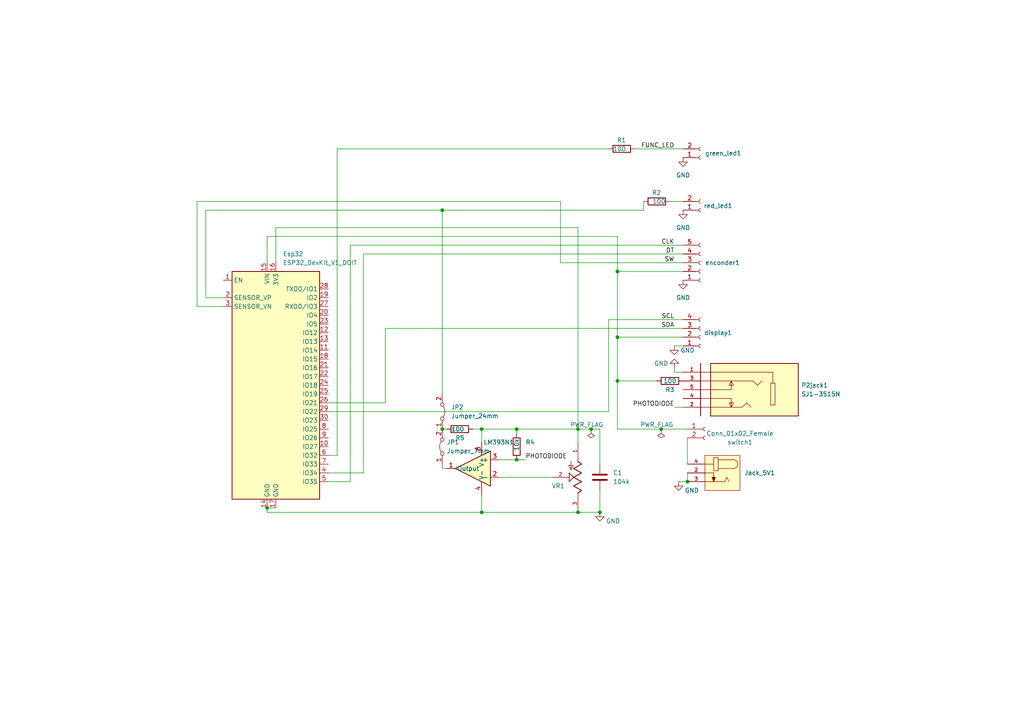
<source format=kicad_sch>
(kicad_sch (version 20211123) (generator eeschema)
  (paper "A4")
  (lib_symbols
    (symbol "Connector:Conn_01x02_Female" (pin_names (offset 1.016) hide)
      (property "Reference" "J" (at 0 2.54 0))
      (property "Value" "Conn_01x02_Female" (at 0 -5.08 0))
      (symbol "Conn_01x02_Female_1_1"
        (arc (start 0 -2.032) (mid -0.508 -2.54) (end 0 -3.048) (stroke (width 0.1524)))
        (polyline (pts (xy -1.27 -2.54) (xy -0.508 -2.54)) (stroke (width 0.1524)))
        (polyline (pts (xy -1.27 0) (xy -0.508 0)) (stroke (width 0.1524)))
        (arc (start 0 0.508) (mid -0.508 0) (end 0 -0.508) (stroke (width 0.1524)))
        (pin passive line (at -5.08 0 0) (length 3.81) (name "Pin_1") (number "1"))
        (pin passive line (at -5.08 -2.54 0) (length 3.81) (name "Pin_2") (number "2"))
      )
    )
    (symbol "Connector:Conn_01x04_Female" (pin_names (offset 1.016) hide)
      (property "Reference" "J" (at 0 5.08 0))
      (property "Value" "Conn_01x04_Female" (at 0 -7.62 0))
      (symbol "Conn_01x04_Female_1_1"
        (arc (start 0 -4.572) (mid -0.508 -5.08) (end 0 -5.588) (stroke (width 0.1524)))
        (arc (start 0 -2.032) (mid -0.508 -2.54) (end 0 -3.048) (stroke (width 0.1524)))
        (polyline (pts (xy -1.27 -5.08) (xy -0.508 -5.08)) (stroke (width 0.1524)))
        (polyline (pts (xy -1.27 -2.54) (xy -0.508 -2.54)) (stroke (width 0.1524)))
        (polyline (pts (xy -1.27 0) (xy -0.508 0)) (stroke (width 0.1524)))
        (polyline (pts (xy -1.27 2.54) (xy -0.508 2.54)) (stroke (width 0.1524)))
        (arc (start 0 0.508) (mid -0.508 0) (end 0 -0.508) (stroke (width 0.1524)))
        (arc (start 0 3.048) (mid -0.508 2.54) (end 0 2.032) (stroke (width 0.1524)))
        (pin passive line (at -5.08 2.54 0) (length 3.81) (name "Pin_1") (number "1"))
        (pin passive line (at -5.08 0 0) (length 3.81) (name "Pin_2") (number "2"))
        (pin passive line (at -5.08 -2.54 0) (length 3.81) (name "Pin_3") (number "3"))
        (pin passive line (at -5.08 -5.08 0) (length 3.81) (name "Pin_4") (number "4"))
      )
    )
    (symbol "Connector:Conn_01x05_Female" (pin_names (offset 1.016) hide)
      (property "Reference" "J" (at 0 7.62 0))
      (property "Value" "Conn_01x05_Female" (at 0 -7.62 0))
      (symbol "Conn_01x05_Female_1_1"
        (arc (start 0 -4.572) (mid -0.508 -5.08) (end 0 -5.588) (stroke (width 0.1524)))
        (arc (start 0 -2.032) (mid -0.508 -2.54) (end 0 -3.048) (stroke (width 0.1524)))
        (polyline (pts (xy -1.27 -5.08) (xy -0.508 -5.08)) (stroke (width 0.1524)))
        (polyline (pts (xy -1.27 -2.54) (xy -0.508 -2.54)) (stroke (width 0.1524)))
        (polyline (pts (xy -1.27 0) (xy -0.508 0)) (stroke (width 0.1524)))
        (polyline (pts (xy -1.27 2.54) (xy -0.508 2.54)) (stroke (width 0.1524)))
        (polyline (pts (xy -1.27 5.08) (xy -0.508 5.08)) (stroke (width 0.1524)))
        (arc (start 0 0.508) (mid -0.508 0) (end 0 -0.508) (stroke (width 0.1524)))
        (arc (start 0 3.048) (mid -0.508 2.54) (end 0 2.032) (stroke (width 0.1524)))
        (arc (start 0 5.588) (mid -0.508 5.08) (end 0 4.572) (stroke (width 0.1524)))
        (pin passive line (at -5.08 5.08 0) (length 3.81) (name "Pin_1") (number "1"))
        (pin passive line (at -5.08 2.54 0) (length 3.81) (name "Pin_2") (number "2"))
        (pin passive line (at -5.08 0 0) (length 3.81) (name "Pin_3") (number "3"))
        (pin passive line (at -5.08 -2.54 0) (length 3.81) (name "Pin_4") (number "4"))
        (pin passive line (at -5.08 -5.08 0) (length 3.81) (name "Pin_5") (number "5"))
      )
    )
    (symbol "Device:C" (pin_numbers hide) (pin_names (offset 0.254))
      (property "Reference" "C" (at 0.635 2.54 0))
      (property "Value" "C" (at 0.635 -2.54 0))
      (symbol "C_0_1"
        (polyline (pts (xy -2.032 -0.762) (xy 2.032 -0.762)) (stroke (width 0.508)))
        (polyline (pts (xy -2.032 0.762) (xy 2.032 0.762)) (stroke (width 0.508)))
      )
      (symbol "C_1_1"
        (pin passive line (at 0 3.81 270) (length 2.794) (name "~") (number "1"))
        (pin passive line (at 0 -3.81 90) (length 2.794) (name "~") (number "2"))
      )
    )
    (symbol "Device:R" (pin_numbers hide) (pin_names (offset 0))
      (property "Reference" "R" (at 2.032 0 90))
      (property "Value" "R" (at 0 0 90))
      (symbol "R_0_1"
        (rectangle (start -1.016 -2.54) (end 1.016 2.54) (stroke (width 0.254)))
      )
      (symbol "R_1_1"
        (pin passive line (at 0 3.81 270) (length 1.27) (name "~") (number "1"))
        (pin passive line (at 0 -3.81 90) (length 1.27) (name "~") (number "2"))
      )
    )
    (symbol "ESP32_DevKit_V1_DOIT:ESP32_DevKit_V1_DOIT"
      (property "Reference" "U" (at -11.43 34.29 0))
      (property "Value" "ESP32_DevKit_V1_DOIT" (at 11.43 34.29 0))
      (symbol "ESP32_DevKit_V1_DOIT_1_1"
        (rectangle (start -12.7 33.02) (end 12.7 -33.02) (stroke (width 0.254)) (fill (type background)))
        (pin input line (at -15.24 30.48 0) (length 2.54) (name "EN") (number "1"))
        (pin bidirectional line (at 15.24 -17.78 180) (length 2.54) (name "IO27") (number "10"))
        (pin bidirectional line (at 15.24 10.16 180) (length 2.54) (name "IO14") (number "11"))
        (pin bidirectional line (at 15.24 15.24 180) (length 2.54) (name "IO12") (number "12"))
        (pin bidirectional line (at 15.24 12.7 180) (length 2.54) (name "IO13") (number "13"))
        (pin power_in line (at -2.54 -35.56 90) (length 2.54) (name "GND") (number "14"))
        (pin power_in line (at -2.54 35.56 270) (length 2.54) (name "VIN") (number "15"))
        (pin power_in line (at 0 35.56 270) (length 2.54) (name "3V3") (number "16"))
        (pin power_in line (at 0 -35.56 90) (length 2.54) (name "GND") (number "17"))
        (pin bidirectional line (at 15.24 7.62 180) (length 2.54) (name "IO15") (number "18"))
        (pin bidirectional line (at 15.24 25.4 180) (length 2.54) (name "IO2") (number "19"))
        (pin input line (at -15.24 25.4 0) (length 2.54) (name "SENSOR_VP") (number "2"))
        (pin bidirectional line (at 15.24 20.32 180) (length 2.54) (name "IO4") (number "20"))
        (pin bidirectional line (at 15.24 5.08 180) (length 2.54) (name "IO16") (number "21"))
        (pin bidirectional line (at 15.24 2.54 180) (length 2.54) (name "IO17") (number "22"))
        (pin bidirectional line (at 15.24 17.78 180) (length 2.54) (name "IO5") (number "23"))
        (pin bidirectional line (at 15.24 0 180) (length 2.54) (name "IO18") (number "24"))
        (pin bidirectional line (at 15.24 -2.54 180) (length 2.54) (name "IO19") (number "25"))
        (pin bidirectional line (at 15.24 -5.08 180) (length 2.54) (name "IO21") (number "26"))
        (pin bidirectional line (at 15.24 22.86 180) (length 2.54) (name "RXD0/IO3") (number "27"))
        (pin bidirectional line (at 15.24 27.94 180) (length 2.54) (name "TXD0/IO1") (number "28"))
        (pin bidirectional line (at 15.24 -7.62 180) (length 2.54) (name "IO22") (number "29"))
        (pin input line (at -15.24 22.86 0) (length 2.54) (name "SENSOR_VN") (number "3"))
        (pin bidirectional line (at 15.24 -10.16 180) (length 2.54) (name "IO23") (number "30"))
        (pin input line (at 15.24 -25.4 180) (length 2.54) (name "IO34") (number "4"))
        (pin input line (at 15.24 -27.94 180) (length 2.54) (name "IO35") (number "5"))
        (pin bidirectional line (at 15.24 -20.32 180) (length 2.54) (name "IO32") (number "6"))
        (pin bidirectional line (at 15.24 -22.86 180) (length 2.54) (name "IO33") (number "7"))
        (pin bidirectional line (at 15.24 -12.7 180) (length 2.54) (name "IO25") (number "8"))
        (pin bidirectional line (at 15.24 -15.24 180) (length 2.54) (name "IO26") (number "9"))
      )
    )
    (symbol "Jacks:DC-005" (pin_names (offset 1.016))
      (property "Reference" "Jack_Power" (at -5.0943 5.5976 0))
      (property "Value" "DC-005" (at -3.81 -7.62 0))
      (symbol "DC-005_0_0"
        (rectangle (start -5.08 -5.08) (end 5.08 5.08) (stroke (width 0.1524)) (fill (type background)))
        (arc (start -3.175 3.81) (mid -4.445 2.54) (end -3.175 1.27) (stroke (width 0.1524)))
        (polyline (pts (xy -3.175 3.81) (xy 1.27 3.81)) (stroke (width 0.1524)))
        (polyline (pts (xy -1.27 -1.27) (xy -1.905 -2.54)) (stroke (width 0.1524)))
        (polyline (pts (xy -0.635 -2.54) (xy -1.27 -1.27)) (stroke (width 0.1524)))
        (polyline (pts (xy 1.27 0.635) (xy 2.54 0.635)) (stroke (width 0.1524)))
        (polyline (pts (xy 1.27 1.27) (xy -3.175 1.27)) (stroke (width 0.1524)))
        (polyline (pts (xy 1.27 1.27) (xy 1.27 0.635)) (stroke (width 0.1524)))
        (polyline (pts (xy 1.27 3.81) (xy 1.27 1.27)) (stroke (width 0.1524)))
        (polyline (pts (xy 1.27 4.445) (xy 1.27 3.81)) (stroke (width 0.1524)))
        (polyline (pts (xy 2.54 -2.54) (xy -0.635 -2.54)) (stroke (width 0.1524)))
        (polyline (pts (xy 2.54 -2.54) (xy 5.08 -2.54)) (stroke (width 0.1524)))
        (polyline (pts (xy 2.54 0) (xy 2.54 -2.54)) (stroke (width 0.1524)))
        (polyline (pts (xy 2.54 0) (xy 5.08 0)) (stroke (width 0.1524)))
        (polyline (pts (xy 2.54 0.635) (xy 2.54 2.54)) (stroke (width 0.1524)))
        (polyline (pts (xy 2.54 2.54) (xy 2.54 4.445)) (stroke (width 0.1524)))
        (polyline (pts (xy 2.54 2.54) (xy 5.08 2.54)) (stroke (width 0.1524)))
        (polyline (pts (xy 2.54 4.445) (xy 1.27 4.445)) (stroke (width 0.1524)))
        (polyline (pts (xy 2.54 -2.54) (xy 2.032 -1.27) (xy 3.048 -1.27) (xy 2.54 -2.54)) (stroke (width 0.1524)) (fill (type outline)))
        (pin passive line (at 10.16 0 180) (length 5.08) (name "~") (number "2"))
        (pin passive line (at 10.16 -2.54 180) (length 5.08) (name "~") (number "3"))
        (pin passive line (at 10.16 2.54 180) (length 5.08) (name "~") (number "4"))
      )
    )
    (symbol "Jumper:Jumper_2_Bridged" (pin_names (offset 0) hide)
      (property "Reference" "JP" (at 0 1.905 0))
      (property "Value" "Jumper_2_Bridged" (at 0 -2.54 0))
      (symbol "Jumper_2_Bridged_0_0"
        (circle (center -2.032 0) (radius 0.508))
        (circle (center 2.032 0) (radius 0.508))
      )
      (symbol "Jumper_2_Bridged_0_1"
        (arc (start 1.524 0.254) (mid 0 0.762) (end -1.524 0.254))
      )
      (symbol "Jumper_2_Bridged_1_1"
        (pin passive line (at -5.08 0 0) (length 2.54) (name "A") (number "1"))
        (pin passive line (at 5.08 0 180) (length 2.54) (name "B") (number "2"))
      )
    )
    (symbol "LM393N:LM393N_A"
      (property "Reference" "LM393N_A" (at 11.43 8.89 0))
      (property "Value" "LM393N_A" (at 11.43 11.43 0))
      (symbol "LM393N_A_0_1"
        (polyline (pts (xy -2.54 5.08) (xy 7.62 0) (xy -2.54 -5.08) (xy -2.54 5.08)) (stroke (width 0.254)) (fill (type background)))
      )
      (symbol "LM393N_A_1_1"
        (pin open_collector line (at 10.16 0 180) (length 2.54) (name "Output") (number "1"))
        (pin input line (at -5.08 -2.54 0) (length 2.54) (name "-") (number "2"))
        (pin input line (at -5.08 2.54 0) (length 2.54) (name "+") (number "3"))
        (pin power_out line (at 0 -7.62 90) (length 3.81) (name "V-") (number "4"))
        (pin power_in line (at 0 7.62 270) (length 3.81) (name "V+") (number "8"))
      )
    )
    (symbol "MySymbols:SJ1-3515N" (pin_names (offset 1.016) hide)
      (property "Reference" "J" (at -12.7254 10.1854 0))
      (property "Value" "SJ1-3515N" (at -12.7254 -12.7254 0))
      (symbol "SJ1-3515N_0_0"
        (rectangle (start -15.621 -7.62) (end 9.779 7.62) (stroke (width 0.254)) (fill (type background)))
        (polyline (pts (xy -8.89 -4.445) (xy -7.62 -4.445)) (stroke (width 0.1524)))
        (polyline (pts (xy -8.89 1.905) (xy -8.89 -4.445)) (stroke (width 0.1524)))
        (polyline (pts (xy -8.255 1.905) (xy -8.89 1.905)) (stroke (width 0.1524)))
        (polyline (pts (xy -8.255 5.08) (xy -8.255 1.905)) (stroke (width 0.1524)))
        (polyline (pts (xy -7.62 -4.445) (xy -7.62 1.905)) (stroke (width 0.1524)))
        (polyline (pts (xy -7.62 1.905) (xy -8.255 1.905)) (stroke (width 0.1524)))
        (polyline (pts (xy -3.81 1.27) (xy -5.08 2.54)) (stroke (width 0.1524)))
        (polyline (pts (xy -2.54 2.54) (xy -3.81 1.27)) (stroke (width 0.1524)))
        (polyline (pts (xy -0.635 -3.81) (xy -1.905 -5.08)) (stroke (width 0.1524)))
        (polyline (pts (xy 0.635 -5.08) (xy -0.635 -3.81)) (stroke (width 0.1524)))
        (polyline (pts (xy 3.81 -5.08) (xy 0.635 -5.08)) (stroke (width 0.1524)))
        (polyline (pts (xy 3.81 -2.54) (xy 3.81 -5.08)) (stroke (width 0.1524)))
        (polyline (pts (xy 3.81 0) (xy 3.81 2.54)) (stroke (width 0.1524)))
        (polyline (pts (xy 3.81 2.54) (xy -2.54 2.54)) (stroke (width 0.1524)))
        (polyline (pts (xy 12.7 -7.62) (xy 12.7 7.62)) (stroke (width 0.254)))
        (polyline (pts (xy 12.7 -5.08) (xy 3.81 -5.08)) (stroke (width 0.1524)))
        (polyline (pts (xy 12.7 -2.54) (xy 3.81 -2.54)) (stroke (width 0.1524)))
        (polyline (pts (xy 12.7 0) (xy 3.81 0)) (stroke (width 0.1524)))
        (polyline (pts (xy 12.7 2.54) (xy 3.81 2.54)) (stroke (width 0.1524)))
        (polyline (pts (xy 12.7 5.08) (xy -8.255 5.08)) (stroke (width 0.1524)))
        (polyline (pts (xy 3.81 -5.08) (xy 3.175 -3.81) (xy 4.445 -3.81) (xy 3.81 -5.08)) (stroke (width 0.1524)) (fill (type background)))
        (polyline (pts (xy 3.81 2.54) (xy 3.175 1.27) (xy 4.445 1.27) (xy 3.81 2.54)) (stroke (width 0.1524)) (fill (type background)))
        (pin passive line (at 17.78 5.08 180) (length 5.08) (name "~") (number "1"))
        (pin passive line (at 17.78 -5.08 180) (length 5.08) (name "~") (number "2"))
        (pin passive line (at 17.78 2.54 180) (length 5.08) (name "~") (number "3"))
        (pin passive line (at 17.78 -2.54 180) (length 5.08) (name "~") (number "4"))
        (pin passive line (at 17.78 0 180) (length 5.08) (name "~") (number "5"))
      )
    )
    (symbol "Trimpot:3362P-1-103" (pin_names (offset 1.016))
      (property "Reference" "VR" (at -13.9918 11.4365 0))
      (property "Value" "3362P-1-103" (at -10.1645 -7.6423 0))
      (symbol "3362P-1-103_0_0"
        (polyline (pts (xy -5.08 0) (xy -4.572 0)) (stroke (width 0.1524)))
        (polyline (pts (xy -4.699 -2.032) (xy -2.159 -2.032)) (stroke (width 0.1524)))
        (polyline (pts (xy -4.572 0) (xy -3.81 1.016)) (stroke (width 0.254)))
        (polyline (pts (xy -3.81 1.016) (xy -2.54 -1.27)) (stroke (width 0.254)))
        (polyline (pts (xy -3.429 -2.667) (xy -3.429 -1.397)) (stroke (width 0.1524)))
        (polyline (pts (xy -3.429 -1.397) (xy -2.159 -2.032)) (stroke (width 0.1524)))
        (polyline (pts (xy -2.54 -1.27) (xy -1.27 1.016)) (stroke (width 0.254)))
        (polyline (pts (xy -2.159 -2.032) (xy -3.429 -2.667)) (stroke (width 0.1524)))
        (polyline (pts (xy -1.27 -2.54) (xy 0 -1.27)) (stroke (width 0.2032)))
        (polyline (pts (xy -1.27 1.016) (xy 0 -1.27)) (stroke (width 0.254)))
        (polyline (pts (xy 0 -1.27) (xy 1.27 -2.54)) (stroke (width 0.2032)))
        (polyline (pts (xy 0 -1.27) (xy 1.27 1.016)) (stroke (width 0.254)))
        (polyline (pts (xy 1.27 -2.54) (xy -1.27 -2.54)) (stroke (width 0.2032)))
        (polyline (pts (xy 1.27 1.016) (xy 2.54 -1.27)) (stroke (width 0.254)))
        (polyline (pts (xy 2.54 -1.27) (xy 3.81 1.016)) (stroke (width 0.254)))
        (polyline (pts (xy 3.81 1.016) (xy 4.572 0)) (stroke (width 0.254)))
        (polyline (pts (xy 4.572 0) (xy 5.08 0)) (stroke (width 0.1524)))
        (pin passive line (at -10.16 0 0) (length 5.08) (name "~") (number "1"))
        (pin passive line (at 0 -7.62 90) (length 5.08) (name "~") (number "2"))
        (pin passive line (at 10.16 0 180) (length 5.08) (name "~") (number "3"))
      )
    )
    (symbol "power:GND" (power) (pin_names (offset 0))
      (property "Value" "GND" (at 0 -3.81 0))
      (symbol "GND_0_1"
        (polyline (pts (xy 0 0) (xy 0 -1.27) (xy 1.27 -1.27) (xy 0 -2.54) (xy -1.27 -1.27) (xy 0 -1.27)))
      )
      (symbol "GND_1_1"
        (pin power_in line (at 0 0 270) (length 0) hide (name "GND") (number "1"))
      )
    )
    (symbol "power:PWR_FLAG" (power) (pin_numbers hide) (pin_names (offset 0) hide)
      (property "Value" "PWR_FLAG" (at 0 3.81 0))
      (symbol "PWR_FLAG_0_0"
        (pin power_out line (at 0 0 90) (length 0) (name "pwr") (number "1"))
      )
      (symbol "PWR_FLAG_0_1"
        (polyline (pts (xy 0 0) (xy 0 1.27) (xy -1.016 1.905) (xy 0 2.54) (xy 1.016 1.905) (xy 0 1.27)))
      )
    )
  )
  (junction (at 128.27 60.96))
  (junction (at 149.86 124.46))
  (junction (at 179.07 78.74))
  (junction (at 139.7 148.59))
  (junction (at 199.39 139.7))
  (junction (at 149.86 133.35))
  (junction (at 179.07 110.49))
  (junction (at 167.64 148.59))
  (junction (at 128.27 124.46))
  (junction (at 77.47 147.32))
  (junction (at 173.99 148.59))
  (junction (at 191.77 124.46))
  (junction (at 167.64 124.46))
  (junction (at 139.7 124.46))
  (junction (at 179.07 97.79))
  (junction (at 171.45 124.46))
  (wire (pts (xy 77.47 147.32) (xy 77.47 148.59)))
  (wire (pts (xy 80.01 76.2) (xy 80.01 66.04)))
  (wire (pts (xy 77.47 147.32) (xy 80.01 147.32)))
  (wire (pts (xy 64.77 86.36) (xy 59.69 86.36)))
  (wire (pts (xy 186.69 60.96) (xy 186.69 58.42)))
  (wire (pts (xy 149.86 125.73) (xy 149.86 124.46)))
  (wire (pts (xy 105.41 137.16) (xy 105.41 73.66)))
  (wire (pts (xy 128.27 60.96) (xy 128.27 114.3)))
  (wire (pts (xy 167.64 124.46) (xy 167.64 128.27)))
  (wire (pts (xy 101.6 139.7) (xy 101.6 71.12)))
  (wire (pts (xy 162.56 58.42) (xy 162.56 76.2)))
  (wire (pts (xy 144.78 138.43) (xy 160.02 138.43)))
  (wire (pts (xy 144.78 133.35) (xy 149.86 133.35)))
  (wire (pts (xy 194.31 58.42) (xy 198.12 58.42)))
  (wire (pts (xy 179.07 78.74) (xy 198.12 78.74)))
  (wire (pts (xy 64.77 88.9) (xy 57.15 88.9)))
  (wire (pts (xy 128.27 124.46) (xy 129.54 124.46)))
  (wire (pts (xy 139.7 124.46) (xy 139.7 128.27)))
  (wire (pts (xy 128.27 134.62) (xy 128.27 135.89)))
  (wire (pts (xy 179.07 78.74) (xy 179.07 97.79)))
  (wire (pts (xy 137.16 124.46) (xy 139.7 124.46)))
  (wire (pts (xy 173.99 142.24) (xy 173.99 148.59)))
  (wire (pts (xy 101.6 71.12) (xy 198.12 71.12)))
  (wire (pts (xy 162.56 76.2) (xy 198.12 76.2)))
  (wire (pts (xy 139.7 143.51) (xy 139.7 148.59)))
  (wire (pts (xy 139.7 148.59) (xy 167.64 148.59)))
  (wire (pts (xy 184.15 43.18) (xy 198.12 43.18)))
  (wire (pts (xy 171.45 124.46) (xy 167.64 124.46)))
  (wire (pts (xy 199.39 127) (xy 199.39 134.62)))
  (wire (pts (xy 149.86 124.46) (xy 167.64 124.46)))
  (wire (pts (xy 190.5 110.49) (xy 179.07 110.49)))
  (wire (pts (xy 179.07 97.79) (xy 198.12 97.79)))
  (wire (pts (xy 95.25 139.7) (xy 101.6 139.7)))
  (wire (pts (xy 139.7 124.46) (xy 149.86 124.46)))
  (wire (pts (xy 97.79 43.18) (xy 176.53 43.18)))
  (wire (pts (xy 195.58 106.68) (xy 195.58 107.95)))
  (wire (pts (xy 105.41 73.66) (xy 198.12 73.66)))
  (wire (pts (xy 149.86 133.35) (xy 152.4 133.35)))
  (wire (pts (xy 167.64 66.04) (xy 167.64 124.46)))
  (wire (pts (xy 95.25 132.08) (xy 97.79 132.08)))
  (wire (pts (xy 128.27 60.96) (xy 186.69 60.96)))
  (wire (pts (xy 196.85 139.7) (xy 199.39 139.7)))
  (wire (pts (xy 77.47 68.58) (xy 179.07 68.58)))
  (wire (pts (xy 97.79 132.08) (xy 97.79 43.18)))
  (wire (pts (xy 80.01 66.04) (xy 167.64 66.04)))
  (wire (pts (xy 198.12 100.33) (xy 195.58 100.33)))
  (wire (pts (xy 77.47 148.59) (xy 139.7 148.59)))
  (wire (pts (xy 199.39 137.16) (xy 199.39 139.7)))
  (wire (pts (xy 173.99 134.62) (xy 173.99 124.46)))
  (wire (pts (xy 57.15 58.42) (xy 57.15 88.9)))
  (wire (pts (xy 173.99 148.59) (xy 167.64 148.59)))
  (wire (pts (xy 95.25 116.84) (xy 111.76 116.84)))
  (wire (pts (xy 179.07 110.49) (xy 179.07 124.46)))
  (wire (pts (xy 111.76 95.25) (xy 198.12 95.25)))
  (wire (pts (xy 111.76 116.84) (xy 111.76 95.25)))
  (wire (pts (xy 77.47 68.58) (xy 77.47 76.2)))
  (wire (pts (xy 179.07 124.46) (xy 191.77 124.46)))
  (wire (pts (xy 59.69 86.36) (xy 59.69 60.96)))
  (wire (pts (xy 95.25 119.38) (xy 176.53 119.38)))
  (wire (pts (xy 191.77 124.46) (xy 199.39 124.46)))
  (wire (pts (xy 195.58 107.95) (xy 198.12 107.95)))
  (wire (pts (xy 179.07 97.79) (xy 179.07 110.49)))
  (wire (pts (xy 59.69 60.96) (xy 128.27 60.96)))
  (wire (pts (xy 179.07 68.58) (xy 179.07 78.74)))
  (wire (pts (xy 173.99 124.46) (xy 171.45 124.46)))
  (wire (pts (xy 176.53 92.71) (xy 176.53 119.38)))
  (wire (pts (xy 176.53 92.71) (xy 198.12 92.71)))
  (wire (pts (xy 57.15 58.42) (xy 162.56 58.42)))
  (wire (pts (xy 195.58 118.11) (xy 198.12 118.11)))
  (wire (pts (xy 128.27 135.89) (xy 129.54 135.89)))
  (wire (pts (xy 95.25 137.16) (xy 105.41 137.16)))
  (label "FUNC_LED" (at 195.58 43.18 180))
  (label "DT" (at 195.58 73.66 180))
  (label "SCL" (at 195.58 92.71 180))
  (label "PHOTODIODE" (at 195.58 118.11 180))
  (label "CLK" (at 195.58 71.12 180))
  (label "PHOTODIODE" (at 152.4 133.35 0))
  (label "SW" (at 195.58 76.2 180))
  (label "SDA" (at 195.58 95.25 180))
  (symbol (lib_id "power:GND") (at 195.58 106.68 180) (unit 1)
    (property "Reference" "#PWR0101" (effects hide))
    (property "Value" "GND" (at 191.77 105.41 0))
  )
  (symbol (lib_id "ESP32_DevKit_V1_DOIT:ESP32_DevKit_V1_DOIT") (at 80.01 111.76 0) (unit 1)
    (property "Reference" "Esp32" (at 82.0294 73.66 0) (effects (justify left)))
    (property "Value" "ESP32_DevKit_V1_DOIT" (at 82.0294 76.2 0) (effects (justify left)))
    (property "Footprint" "ESP32_DevKit_V1_DOIT:esp32_devkit_v1_doit" (effects hide))
    (property "Datasheet" "https://aliexpress.com/item/32864722159.html" (effects hide))
  )
  (symbol (lib_id "power:GND") (at 196.85 139.7 0) (unit 1)
    (property "Reference" "#PWR0102" (effects hide))
    (property "Value" "GND" (at 200.66 142.24 0))
  )
  (symbol (lib_id "Device:R") (at 133.35 124.46 270) (unit 1)
    (property "Reference" "R5" (at 132.08 127 90) (effects (justify left)))
    (property "Value" "100" (at 130.81 124.46 90) (effects (justify left)))
    (property "Footprint" "Resistor_THT:R_Axial_DIN0204_L3.6mm_D1.6mm_P7.62mm_Horizontal" (effects hide))
  )
  (symbol (lib_id "LM393N:LM393N_A") (at 139.7 135.89 0) (mirror y) (unit 1)
    (property "Reference" "LM393N_A1" (effects hide))
    (property "Value" "LM393N1" (at 140.2206 128.27 0) (effects (justify right)))
    (property "Footprint" "MyCIs:LM393N" (effects hide))
  )
  (symbol (lib_id "Jacks:DC-005") (at 209.55 137.16 0) (mirror y) (unit 1)
    (property "Reference" "Jack_5V1" (at 215.9 137.1599 0) (effects (justify right)))
    (property "Value" "DC-005" (effects hide))
    (property "Footprint" "MyJacks:DC-005" (effects hide))
    (property "DESCRIPTION" "Conn Dc Power Jack 2.1mm" (effects hide))
  )
  (symbol (lib_id "power:PWR_FLAG") (at 171.45 124.46 180) (unit 1)
    (property "Reference" "#FLG0102" (effects hide))
    (property "Value" "PWR_FLAG" (at 170.18 123.19 0))
  )
  (symbol (lib_id "Connector:Conn_01x04_Female") (at 203.2 97.79 0) (mirror x) (unit 1)
    (property "Reference" "display1" (at 208.28 96.52 0))
    (property "Value" "Conn_01x04_Female" (effects hide))
    (property "Footprint" "Connector_Molex:Molex_KK-254_AE-6410-04A_1x04_P2.54mm_Vertical" (effects hide))
  )
  (symbol (lib_id "Device:R") (at 180.34 43.18 90) (unit 1)
    (property "Reference" "R1" (at 181.61 40.64 90) (effects (justify left)))
    (property "Value" "100" (at 181.61 43.18 90) (effects (justify left)))
    (property "Footprint" "Resistor_THT:R_Axial_DIN0204_L3.6mm_D1.6mm_P7.62mm_Horizontal" (effects hide))
  )
  (symbol (lib_id "Connector:Conn_01x02_Female") (at 203.2 60.96 0) (mirror x) (unit 1)
    (property "Reference" "red_led1" (at 208.28 59.69 0))
    (property "Value" "Conn_01x02_Female" (effects hide))
    (property "Footprint" "Connector_Molex:Molex_KK-254_AE-6410-02A_1x02_P2.54mm_Vertical" (effects hide))
  )
  (symbol (lib_id "Connector:Conn_01x05_Female") (at 203.2 76.2 0) (mirror x) (unit 1)
    (property "Reference" "enconder1" (at 209.55 76.2 0))
    (property "Value" "Conn_01x05_Female" (effects hide))
    (property "Footprint" "Connector_Molex:Molex_KK-254_AE-6410-05A_1x05_P2.54mm_Vertical" (effects hide))
  )
  (symbol (lib_id "Trimpot:3362P-1-103") (at 167.64 138.43 270) (unit 1)
    (property "Reference" "VR1" (at 160.02 140.97 90) (effects (justify left)))
    (property "Value" "3362P-1-103" (effects hide))
    (property "Footprint" "trimpot:trimpot_3362P" (effects hide))
    (property "PARTREV" "08/26/10" (effects hide))
    (property "MF" "Bourns" (effects hide))
    (property "STANDARD" "Manufacturer Recommendation" (effects hide))
    (property "MP" "3362P-1-205LF" (effects hide))
  )
  (symbol (lib_id "Device:C") (at 173.99 138.43 0) (unit 1)
    (property "Reference" "C1" (at 177.8 137.1599 0) (effects (justify left)))
    (property "Value" "104k" (at 177.8 139.7 0) (effects (justify left)))
    (property "Footprint" "Capacitor_THT:C_Disc_D10.5mm_W5.0mm_P10.00mm" (effects hide))
  )
  (symbol (lib_id "power:GND") (at 195.58 100.33 0) (unit 1)
    (property "Reference" "#PWR0103" (effects hide))
    (property "Value" "GND" (at 199.39 101.6 0))
  )
  (symbol (lib_id "power:GND") (at 173.99 148.59 0) (unit 1)
    (property "Reference" "#PWR0104" (effects hide))
    (property "Value" "GND" (at 177.8 151.13 0))
  )
  (symbol (lib_id "Device:R") (at 190.5 58.42 90) (unit 1)
    (property "Reference" "R2" (at 191.77 55.88 90) (effects (justify left)))
    (property "Value" "100" (at 193.04 58.42 90) (effects (justify left)))
    (property "Footprint" "Resistor_THT:R_Axial_DIN0204_L3.6mm_D1.6mm_P7.62mm_Horizontal" (effects hide))
  )
  (symbol (lib_id "Jumper:Jumper_2_Bridged") (at 128.27 129.54 90) (unit 1)
    (property "Reference" "JP1" (at 129.54 128.2699 90) (effects (justify right)))
    (property "Value" "Jumper_7mm" (at 129.54 130.8099 90) (effects (justify right)))
    (property "Footprint" "Jumpers_THT:Jumper_7mm_blue" (effects hide))
  )
  (symbol (lib_id "Device:R") (at 149.86 129.54 0) (unit 1)
    (property "Reference" "R4" (at 152.4 128.2699 0) (effects (justify left)))
    (property "Value" "10k" (at 149.86 130.81 90) (effects (justify left)))
    (property "Footprint" "Resistor_THT:R_Axial_DIN0204_L3.6mm_D1.6mm_P7.62mm_Horizontal" (effects hide))
  )
  (symbol (lib_id "Connector:Conn_01x02_Female") (at 204.47 124.46 0) (unit 1)
    (property "Reference" "switch1" (at 214.63 128.27 0))
    (property "Value" "Conn_01x02_Female" (at 214.63 125.73 0))
    (property "Footprint" "Connector_Molex:Molex_KK-254_AE-6410-02A_1x02_P2.54mm_Vertical" (effects hide))
  )
  (symbol (lib_id "power:PWR_FLAG") (at 191.77 124.46 180) (unit 1)
    (property "Reference" "#FLG0101" (effects hide))
    (property "Value" "PWR_FLAG" (at 190.5 123.19 0))
  )
  (symbol (lib_id "MySymbols:SJ1-3515N") (at 215.9 113.03 0) (mirror y) (unit 1)
    (property "Reference" "P2jack1" (at 232.41 111.7599 0) (effects (justify right)))
    (property "Value" "SJ1-3515N" (at 232.41 114.2999 0) (effects (justify right)))
    (property "Footprint" "MyJacks:CUI_SJ1-3515N" (effects hide))
    (property "STANDARD" "Manufacturer recommendation" (effects hide))
    (property "PARTREV" "1.03" (effects hide))
    (property "MANUFACTURER" "CUI" (effects hide))
  )
  (symbol (lib_id "Device:R") (at 194.31 110.49 90) (unit 1)
    (property "Reference" "R3" (at 194.31 113.03 90))
    (property "Value" "100" (at 194.31 110.49 90))
    (property "Footprint" "Resistor_THT:R_Axial_DIN0204_L3.6mm_D1.6mm_P7.62mm_Horizontal" (effects hide))
  )
  (symbol (lib_id "power:GND") (at 198.12 60.96 0) (unit 1)
    (property "Reference" "#PWR0105" (effects hide))
    (property "Value" "GND" (at 198.12 66.04 0))
  )
  (symbol (lib_id "Jumper:Jumper_2_Bridged") (at 128.27 119.38 270) (mirror x) (unit 1)
    (property "Reference" "JP2" (at 130.81 118.1099 90) (effects (justify left)))
    (property "Value" "Jumper_24mm" (at 130.81 120.6499 90) (effects (justify left)))
    (property "Footprint" "Jumpers_THT:jumper_24mm_blue" (effects hide))
  )
  (symbol (lib_id "power:GND") (at 198.12 45.72 0) (unit 1)
    (property "Reference" "#PWR0107" (effects hide))
    (property "Value" "GND" (at 198.12 50.8 0))
  )
  (symbol (lib_id "Connector:Conn_01x02_Female") (at 203.2 45.72 0) (mirror x) (unit 1)
    (property "Reference" "green_led1" (at 204.47 44.45 0) (effects (justify left)))
    (property "Value" "Conn_01x02_Female" (effects hide))
    (property "Footprint" "Connector_Molex:Molex_KK-254_AE-6410-02A_1x02_P2.54mm_Vertical" (effects hide))
  )
  (symbol (lib_id "power:GND") (at 198.12 81.28 0) (unit 1)
    (property "Reference" "#PWR0106" (effects hide))
    (property "Value" "GND" (at 198.12 86.36 0))
  )
)
</source>
